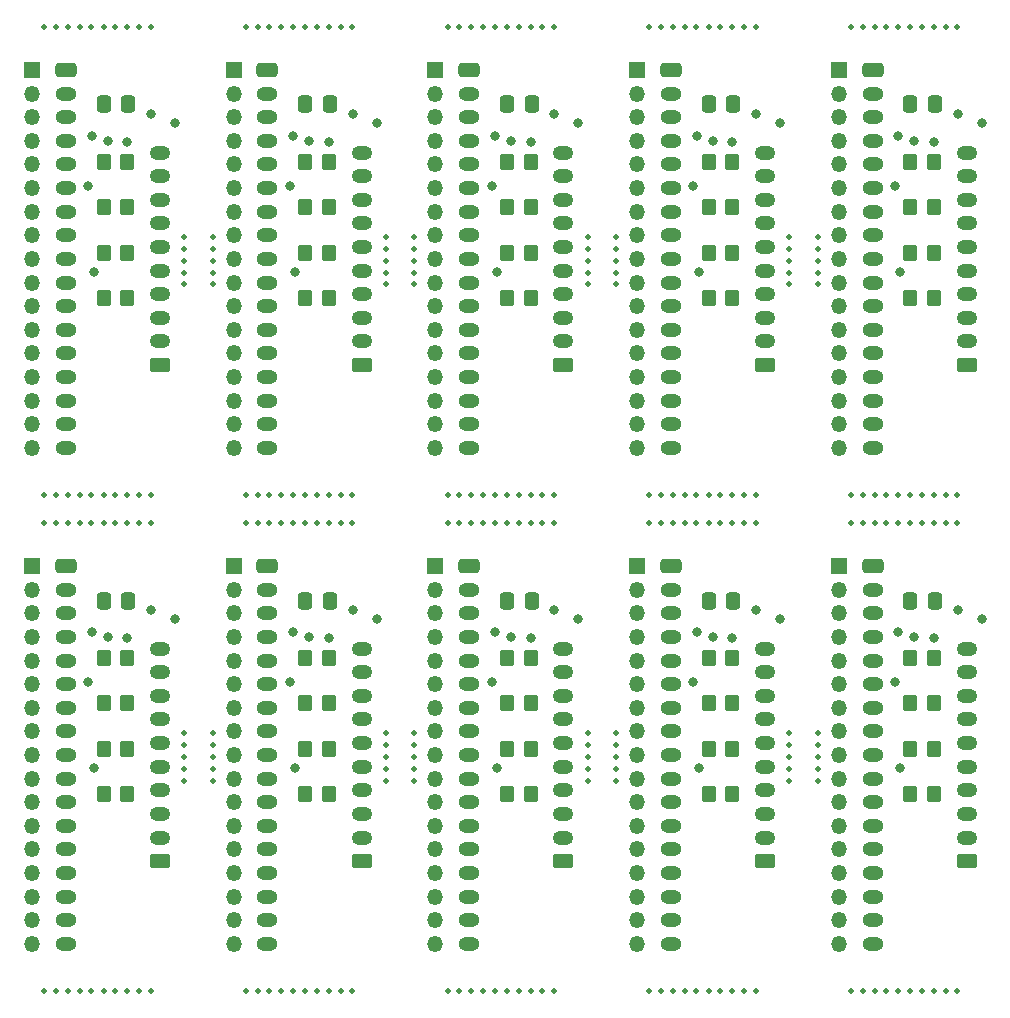
<source format=gbr>
%TF.GenerationSoftware,KiCad,Pcbnew,(6.0.1)*%
%TF.CreationDate,2022-07-05T17:23:16-07:00*%
%TF.ProjectId,mu100-dit-connector-board-panelized,6d753130-302d-4646-9974-2d636f6e6e65,rev?*%
%TF.SameCoordinates,Original*%
%TF.FileFunction,Soldermask,Top*%
%TF.FilePolarity,Negative*%
%FSLAX46Y46*%
G04 Gerber Fmt 4.6, Leading zero omitted, Abs format (unit mm)*
G04 Created by KiCad (PCBNEW (6.0.1)) date 2022-07-05 17:23:16*
%MOMM*%
%LPD*%
G01*
G04 APERTURE LIST*
G04 Aperture macros list*
%AMRoundRect*
0 Rectangle with rounded corners*
0 $1 Rounding radius*
0 $2 $3 $4 $5 $6 $7 $8 $9 X,Y pos of 4 corners*
0 Add a 4 corners polygon primitive as box body*
4,1,4,$2,$3,$4,$5,$6,$7,$8,$9,$2,$3,0*
0 Add four circle primitives for the rounded corners*
1,1,$1+$1,$2,$3*
1,1,$1+$1,$4,$5*
1,1,$1+$1,$6,$7*
1,1,$1+$1,$8,$9*
0 Add four rect primitives between the rounded corners*
20,1,$1+$1,$2,$3,$4,$5,0*
20,1,$1+$1,$4,$5,$6,$7,0*
20,1,$1+$1,$6,$7,$8,$9,0*
20,1,$1+$1,$8,$9,$2,$3,0*%
G04 Aperture macros list end*
%ADD10C,0.500000*%
%ADD11RoundRect,0.250000X-0.350000X-0.450000X0.350000X-0.450000X0.350000X0.450000X-0.350000X0.450000X0*%
%ADD12R,1.350000X1.350000*%
%ADD13O,1.350000X1.350000*%
%ADD14RoundRect,0.250000X-0.337500X-0.475000X0.337500X-0.475000X0.337500X0.475000X-0.337500X0.475000X0*%
%ADD15RoundRect,0.250000X-0.650000X0.350000X-0.650000X-0.350000X0.650000X-0.350000X0.650000X0.350000X0*%
%ADD16O,1.800000X1.200000*%
%ADD17RoundRect,0.250000X0.625000X-0.350000X0.625000X0.350000X-0.625000X0.350000X-0.625000X-0.350000X0*%
%ADD18O,1.750000X1.200000*%
%ADD19C,0.800000*%
G04 APERTURE END LIST*
D10*
%TO.C,REF\u002A\u002A*%
X29875000Y-42000000D03*
%TD*%
%TO.C,REF\u002A\u002A*%
X46950000Y-41000000D03*
%TD*%
%TO.C,REF\u002A\u002A*%
X91350000Y-104800000D03*
%TD*%
%TO.C,REF\u002A\u002A*%
X54175000Y-65200000D03*
%TD*%
%TO.C,REF\u002A\u002A*%
X41125000Y-62800000D03*
%TD*%
%TO.C,REF\u002A\u002A*%
X73250000Y-23200000D03*
%TD*%
%TO.C,REF\u002A\u002A*%
X37100000Y-62800000D03*
%TD*%
%TO.C,REF\u002A\u002A*%
X41125000Y-104800000D03*
%TD*%
D11*
%TO.C,R11*%
X57199000Y-42318332D03*
X59199000Y-42318332D03*
%TD*%
D10*
%TO.C,REF\u002A\u002A*%
X53175000Y-23200000D03*
%TD*%
%TO.C,REF\u002A\u002A*%
X29875000Y-44000000D03*
%TD*%
%TO.C,REF\u002A\u002A*%
X56175000Y-62800000D03*
%TD*%
%TO.C,REF\u002A\u002A*%
X64025000Y-41000000D03*
%TD*%
D11*
%TO.C,R2*%
X23049000Y-38471666D03*
X25049000Y-38471666D03*
%TD*%
D12*
%TO.C,J1*%
X16995000Y-68835000D03*
D13*
X16995000Y-70835000D03*
X16995000Y-72835000D03*
X16995000Y-74835000D03*
X16995000Y-76835000D03*
X16995000Y-78835000D03*
X16995000Y-80835000D03*
X16995000Y-82835000D03*
X16995000Y-84835000D03*
X16995000Y-86835000D03*
X16995000Y-88835000D03*
X16995000Y-90835000D03*
X16995000Y-92835000D03*
X16995000Y-94835000D03*
X16995000Y-96835000D03*
X16995000Y-98835000D03*
X16995000Y-100835000D03*
%TD*%
D11*
%TO.C,R18*%
X91349000Y-34625000D03*
X93349000Y-34625000D03*
%TD*%
D10*
%TO.C,REF\u002A\u002A*%
X36100000Y-62800000D03*
%TD*%
%TO.C,REF\u002A\u002A*%
X57200000Y-104800000D03*
%TD*%
D14*
%TO.C,C9*%
X74286500Y-71755800D03*
X76361500Y-71755800D03*
%TD*%
D10*
%TO.C,REF\u002A\u002A*%
X37100000Y-23200000D03*
%TD*%
%TO.C,REF\u002A\u002A*%
X78275000Y-23200000D03*
%TD*%
%TO.C,REF\u002A\u002A*%
X52175000Y-104800000D03*
%TD*%
%TO.C,REF\u002A\u002A*%
X35100000Y-104800000D03*
%TD*%
%TO.C,REF\u002A\u002A*%
X88325000Y-62800000D03*
%TD*%
%TO.C,REF\u002A\u002A*%
X83500000Y-85000000D03*
%TD*%
D11*
%TO.C,R34*%
X74274000Y-76625000D03*
X76274000Y-76625000D03*
%TD*%
D14*
%TO.C,C6*%
X23061500Y-71755800D03*
X25136500Y-71755800D03*
%TD*%
D10*
%TO.C,REF\u002A\u002A*%
X57200000Y-23200000D03*
%TD*%
%TO.C,REF\u002A\u002A*%
X87325000Y-104800000D03*
%TD*%
%TO.C,REF\u002A\u002A*%
X64025000Y-86000000D03*
%TD*%
%TO.C,REF\u002A\u002A*%
X94350000Y-62800000D03*
%TD*%
%TO.C,REF\u002A\u002A*%
X95350000Y-65200000D03*
%TD*%
%TO.C,REF\u002A\u002A*%
X83500000Y-86000000D03*
%TD*%
%TO.C,REF\u002A\u002A*%
X32275000Y-86000000D03*
%TD*%
%TO.C,REF\u002A\u002A*%
X32275000Y-41000000D03*
%TD*%
%TO.C,REF\u002A\u002A*%
X38100000Y-23200000D03*
%TD*%
%TO.C,REF\u002A\u002A*%
X19025000Y-23200000D03*
%TD*%
D14*
%TO.C,C5*%
X91361500Y-29755800D03*
X93436500Y-29755800D03*
%TD*%
D10*
%TO.C,REF\u002A\u002A*%
X26050000Y-104800000D03*
%TD*%
%TO.C,REF\u002A\u002A*%
X32275000Y-45000000D03*
%TD*%
%TO.C,REF\u002A\u002A*%
X56175000Y-65200000D03*
%TD*%
D14*
%TO.C,C8*%
X57211500Y-71755800D03*
X59286500Y-71755800D03*
%TD*%
D10*
%TO.C,REF\u002A\u002A*%
X39100000Y-23200000D03*
%TD*%
%TO.C,REF\u002A\u002A*%
X52175000Y-65200000D03*
%TD*%
%TO.C,REF\u002A\u002A*%
X56175000Y-23200000D03*
%TD*%
%TO.C,REF\u002A\u002A*%
X81100000Y-83000000D03*
%TD*%
%TO.C,REF\u002A\u002A*%
X44125000Y-65200000D03*
%TD*%
%TO.C,REF\u002A\u002A*%
X55175000Y-62800000D03*
%TD*%
%TO.C,REF\u002A\u002A*%
X83500000Y-83000000D03*
%TD*%
%TO.C,REF\u002A\u002A*%
X81100000Y-86000000D03*
%TD*%
%TO.C,REF\u002A\u002A*%
X24050000Y-23200000D03*
%TD*%
%TO.C,REF\u002A\u002A*%
X36100000Y-23200000D03*
%TD*%
%TO.C,REF\u002A\u002A*%
X66425000Y-43000000D03*
%TD*%
%TO.C,REF\u002A\u002A*%
X81100000Y-41000000D03*
%TD*%
%TO.C,REF\u002A\u002A*%
X76275000Y-65200000D03*
%TD*%
%TO.C,REF\u002A\u002A*%
X87325000Y-65200000D03*
%TD*%
%TO.C,REF\u002A\u002A*%
X61200000Y-23200000D03*
%TD*%
%TO.C,REF\u002A\u002A*%
X83500000Y-84000000D03*
%TD*%
%TO.C,REF\u002A\u002A*%
X22025000Y-23200000D03*
%TD*%
%TO.C,REF\u002A\u002A*%
X32275000Y-44000000D03*
%TD*%
%TO.C,REF\u002A\u002A*%
X29875000Y-86000000D03*
%TD*%
%TO.C,REF\u002A\u002A*%
X40125000Y-62800000D03*
%TD*%
D11*
%TO.C,R16*%
X74274000Y-42318332D03*
X76274000Y-42318332D03*
%TD*%
%TO.C,R22*%
X23049000Y-76625000D03*
X25049000Y-76625000D03*
%TD*%
D10*
%TO.C,REF\u002A\u002A*%
X92350000Y-104800000D03*
%TD*%
%TO.C,REF\u002A\u002A*%
X54175000Y-62800000D03*
%TD*%
%TO.C,REF\u002A\u002A*%
X75275000Y-62800000D03*
%TD*%
D12*
%TO.C,J1*%
X16995000Y-26835000D03*
D13*
X16995000Y-28835000D03*
X16995000Y-30835000D03*
X16995000Y-32835000D03*
X16995000Y-34835000D03*
X16995000Y-36835000D03*
X16995000Y-38835000D03*
X16995000Y-40835000D03*
X16995000Y-42835000D03*
X16995000Y-44835000D03*
X16995000Y-46835000D03*
X16995000Y-48835000D03*
X16995000Y-50835000D03*
X16995000Y-52835000D03*
X16995000Y-54835000D03*
X16995000Y-56835000D03*
X16995000Y-58835000D03*
%TD*%
D14*
%TO.C,C1*%
X23061500Y-29755800D03*
X25136500Y-29755800D03*
%TD*%
D10*
%TO.C,REF\u002A\u002A*%
X71250000Y-104800000D03*
%TD*%
D11*
%TO.C,R31*%
X57199000Y-80471666D03*
X59199000Y-80471666D03*
%TD*%
D10*
%TO.C,REF\u002A\u002A*%
X49350000Y-86000000D03*
%TD*%
D11*
%TO.C,R41*%
X91349000Y-88165000D03*
X93349000Y-88165000D03*
%TD*%
D10*
%TO.C,REF\u002A\u002A*%
X35100000Y-65200000D03*
%TD*%
%TO.C,REF\u002A\u002A*%
X39100000Y-62800000D03*
%TD*%
%TO.C,REF\u002A\u002A*%
X35100000Y-23200000D03*
%TD*%
%TO.C,REF\u002A\u002A*%
X95350000Y-104800000D03*
%TD*%
%TO.C,REF\u002A\u002A*%
X64025000Y-43000000D03*
%TD*%
%TO.C,REF\u002A\u002A*%
X24050000Y-104800000D03*
%TD*%
%TO.C,REF\u002A\u002A*%
X29875000Y-83000000D03*
%TD*%
%TO.C,REF\u002A\u002A*%
X19025000Y-65200000D03*
%TD*%
%TO.C,REF\u002A\u002A*%
X27050000Y-62800000D03*
%TD*%
%TO.C,REF\u002A\u002A*%
X83500000Y-41000000D03*
%TD*%
%TO.C,REF\u002A\u002A*%
X27050000Y-23200000D03*
%TD*%
%TO.C,REF\u002A\u002A*%
X29875000Y-45000000D03*
%TD*%
%TO.C,REF\u002A\u002A*%
X24050000Y-62800000D03*
%TD*%
%TO.C,REF\u002A\u002A*%
X90325000Y-62800000D03*
%TD*%
%TO.C,REF\u002A\u002A*%
X92350000Y-65200000D03*
%TD*%
%TO.C,REF\u002A\u002A*%
X88325000Y-23200000D03*
%TD*%
%TO.C,REF\u002A\u002A*%
X78275000Y-104800000D03*
%TD*%
%TO.C,REF\u002A\u002A*%
X73250000Y-62800000D03*
%TD*%
%TO.C,REF\u002A\u002A*%
X90325000Y-104800000D03*
%TD*%
%TO.C,REF\u002A\u002A*%
X60200000Y-62800000D03*
%TD*%
%TO.C,REF\u002A\u002A*%
X49350000Y-45000000D03*
%TD*%
%TO.C,REF\u002A\u002A*%
X78275000Y-65200000D03*
%TD*%
%TO.C,REF\u002A\u002A*%
X21025000Y-62800000D03*
%TD*%
%TO.C,REF\u002A\u002A*%
X36100000Y-65200000D03*
%TD*%
%TO.C,REF\u002A\u002A*%
X46950000Y-83000000D03*
%TD*%
D12*
%TO.C,J1*%
X85295000Y-68835000D03*
D13*
X85295000Y-70835000D03*
X85295000Y-72835000D03*
X85295000Y-74835000D03*
X85295000Y-76835000D03*
X85295000Y-78835000D03*
X85295000Y-80835000D03*
X85295000Y-82835000D03*
X85295000Y-84835000D03*
X85295000Y-86835000D03*
X85295000Y-88835000D03*
X85295000Y-90835000D03*
X85295000Y-92835000D03*
X85295000Y-94835000D03*
X85295000Y-96835000D03*
X85295000Y-98835000D03*
X85295000Y-100835000D03*
%TD*%
D10*
%TO.C,REF\u002A\u002A*%
X61200000Y-65200000D03*
%TD*%
%TO.C,REF\u002A\u002A*%
X29875000Y-87000000D03*
%TD*%
%TO.C,REF\u002A\u002A*%
X64025000Y-45000000D03*
%TD*%
D12*
%TO.C,J1*%
X34070000Y-26835000D03*
D13*
X34070000Y-28835000D03*
X34070000Y-30835000D03*
X34070000Y-32835000D03*
X34070000Y-34835000D03*
X34070000Y-36835000D03*
X34070000Y-38835000D03*
X34070000Y-40835000D03*
X34070000Y-42835000D03*
X34070000Y-44835000D03*
X34070000Y-46835000D03*
X34070000Y-48835000D03*
X34070000Y-50835000D03*
X34070000Y-52835000D03*
X34070000Y-54835000D03*
X34070000Y-56835000D03*
X34070000Y-58835000D03*
%TD*%
D11*
%TO.C,R27*%
X40124000Y-80471666D03*
X42124000Y-80471666D03*
%TD*%
D12*
%TO.C,J1*%
X68220000Y-26835000D03*
D13*
X68220000Y-28835000D03*
X68220000Y-30835000D03*
X68220000Y-32835000D03*
X68220000Y-34835000D03*
X68220000Y-36835000D03*
X68220000Y-38835000D03*
X68220000Y-40835000D03*
X68220000Y-42835000D03*
X68220000Y-44835000D03*
X68220000Y-46835000D03*
X68220000Y-48835000D03*
X68220000Y-50835000D03*
X68220000Y-52835000D03*
X68220000Y-54835000D03*
X68220000Y-56835000D03*
X68220000Y-58835000D03*
%TD*%
D10*
%TO.C,REF\u002A\u002A*%
X32275000Y-84000000D03*
%TD*%
%TO.C,REF\u002A\u002A*%
X74275000Y-62800000D03*
%TD*%
%TO.C,REF\u002A\u002A*%
X20025000Y-104800000D03*
%TD*%
%TO.C,REF\u002A\u002A*%
X49350000Y-41000000D03*
%TD*%
%TO.C,REF\u002A\u002A*%
X42125000Y-62800000D03*
%TD*%
%TO.C,REF\u002A\u002A*%
X60200000Y-23200000D03*
%TD*%
%TO.C,REF\u002A\u002A*%
X29875000Y-41000000D03*
%TD*%
%TO.C,REF\u002A\u002A*%
X21025000Y-104800000D03*
%TD*%
%TO.C,REF\u002A\u002A*%
X18025000Y-65200000D03*
%TD*%
%TO.C,REF\u002A\u002A*%
X18025000Y-104800000D03*
%TD*%
%TO.C,REF\u002A\u002A*%
X58200000Y-62800000D03*
%TD*%
%TO.C,REF\u002A\u002A*%
X19025000Y-104800000D03*
%TD*%
%TO.C,REF\u002A\u002A*%
X23050000Y-23200000D03*
%TD*%
%TO.C,REF\u002A\u002A*%
X69250000Y-62800000D03*
%TD*%
%TO.C,REF\u002A\u002A*%
X59200000Y-104800000D03*
%TD*%
%TO.C,REF\u002A\u002A*%
X60200000Y-104800000D03*
%TD*%
%TO.C,REF\u002A\u002A*%
X52175000Y-62800000D03*
%TD*%
D12*
%TO.C,J1*%
X51145000Y-68835000D03*
D13*
X51145000Y-70835000D03*
X51145000Y-72835000D03*
X51145000Y-74835000D03*
X51145000Y-76835000D03*
X51145000Y-78835000D03*
X51145000Y-80835000D03*
X51145000Y-82835000D03*
X51145000Y-84835000D03*
X51145000Y-86835000D03*
X51145000Y-88835000D03*
X51145000Y-90835000D03*
X51145000Y-92835000D03*
X51145000Y-94835000D03*
X51145000Y-96835000D03*
X51145000Y-98835000D03*
X51145000Y-100835000D03*
%TD*%
D10*
%TO.C,REF\u002A\u002A*%
X76275000Y-62800000D03*
%TD*%
%TO.C,REF\u002A\u002A*%
X81100000Y-87000000D03*
%TD*%
%TO.C,REF\u002A\u002A*%
X23050000Y-62800000D03*
%TD*%
%TO.C,REF\u002A\u002A*%
X93350000Y-104800000D03*
%TD*%
%TO.C,REF\u002A\u002A*%
X86325000Y-104800000D03*
%TD*%
%TO.C,REF\u002A\u002A*%
X25050000Y-62800000D03*
%TD*%
%TO.C,REF\u002A\u002A*%
X66425000Y-83000000D03*
%TD*%
%TO.C,REF\u002A\u002A*%
X55175000Y-104800000D03*
%TD*%
D11*
%TO.C,R39*%
X91349000Y-80471666D03*
X93349000Y-80471666D03*
%TD*%
D10*
%TO.C,REF\u002A\u002A*%
X26050000Y-23200000D03*
%TD*%
%TO.C,REF\u002A\u002A*%
X27050000Y-65200000D03*
%TD*%
%TO.C,REF\u002A\u002A*%
X32275000Y-85000000D03*
%TD*%
%TO.C,REF\u002A\u002A*%
X93350000Y-65200000D03*
%TD*%
%TO.C,REF\u002A\u002A*%
X35100000Y-62800000D03*
%TD*%
%TO.C,REF\u002A\u002A*%
X72250000Y-104800000D03*
%TD*%
%TO.C,REF\u002A\u002A*%
X81100000Y-85000000D03*
%TD*%
D11*
%TO.C,R37*%
X74274000Y-88165000D03*
X76274000Y-88165000D03*
%TD*%
D12*
%TO.C,J1*%
X85295000Y-26835000D03*
D13*
X85295000Y-28835000D03*
X85295000Y-30835000D03*
X85295000Y-32835000D03*
X85295000Y-34835000D03*
X85295000Y-36835000D03*
X85295000Y-38835000D03*
X85295000Y-40835000D03*
X85295000Y-42835000D03*
X85295000Y-44835000D03*
X85295000Y-46835000D03*
X85295000Y-48835000D03*
X85295000Y-50835000D03*
X85295000Y-52835000D03*
X85295000Y-54835000D03*
X85295000Y-56835000D03*
X85295000Y-58835000D03*
%TD*%
D10*
%TO.C,REF\u002A\u002A*%
X91350000Y-23200000D03*
%TD*%
D14*
%TO.C,C7*%
X40136500Y-71755800D03*
X42211500Y-71755800D03*
%TD*%
D10*
%TO.C,REF\u002A\u002A*%
X18025000Y-62800000D03*
%TD*%
D11*
%TO.C,R30*%
X57199000Y-76625000D03*
X59199000Y-76625000D03*
%TD*%
D10*
%TO.C,REF\u002A\u002A*%
X32275000Y-42000000D03*
%TD*%
%TO.C,REF\u002A\u002A*%
X83500000Y-42000000D03*
%TD*%
%TO.C,REF\u002A\u002A*%
X83500000Y-44000000D03*
%TD*%
%TO.C,REF\u002A\u002A*%
X49350000Y-84000000D03*
%TD*%
%TO.C,REF\u002A\u002A*%
X26050000Y-62800000D03*
%TD*%
%TO.C,REF\u002A\u002A*%
X23050000Y-65200000D03*
%TD*%
%TO.C,REF\u002A\u002A*%
X77275000Y-62800000D03*
%TD*%
%TO.C,REF\u002A\u002A*%
X69250000Y-23200000D03*
%TD*%
%TO.C,REF\u002A\u002A*%
X90325000Y-65200000D03*
%TD*%
D11*
%TO.C,R28*%
X40124000Y-84318332D03*
X42124000Y-84318332D03*
%TD*%
D10*
%TO.C,REF\u002A\u002A*%
X46950000Y-44000000D03*
%TD*%
%TO.C,REF\u002A\u002A*%
X57200000Y-62800000D03*
%TD*%
%TO.C,REF\u002A\u002A*%
X44125000Y-62800000D03*
%TD*%
%TO.C,REF\u002A\u002A*%
X72250000Y-23200000D03*
%TD*%
D11*
%TO.C,R14*%
X74274000Y-38471666D03*
X76274000Y-38471666D03*
%TD*%
D10*
%TO.C,REF\u002A\u002A*%
X49350000Y-43000000D03*
%TD*%
%TO.C,REF\u002A\u002A*%
X42125000Y-23200000D03*
%TD*%
%TO.C,REF\u002A\u002A*%
X64025000Y-87000000D03*
%TD*%
%TO.C,REF\u002A\u002A*%
X86325000Y-23200000D03*
%TD*%
D11*
%TO.C,R24*%
X23049000Y-84318332D03*
X25049000Y-84318332D03*
%TD*%
D12*
%TO.C,J1*%
X51145000Y-26835000D03*
D13*
X51145000Y-28835000D03*
X51145000Y-30835000D03*
X51145000Y-32835000D03*
X51145000Y-34835000D03*
X51145000Y-36835000D03*
X51145000Y-38835000D03*
X51145000Y-40835000D03*
X51145000Y-42835000D03*
X51145000Y-44835000D03*
X51145000Y-46835000D03*
X51145000Y-48835000D03*
X51145000Y-50835000D03*
X51145000Y-52835000D03*
X51145000Y-54835000D03*
X51145000Y-56835000D03*
X51145000Y-58835000D03*
%TD*%
D10*
%TO.C,REF\u002A\u002A*%
X77275000Y-65200000D03*
%TD*%
%TO.C,REF\u002A\u002A*%
X32275000Y-83000000D03*
%TD*%
D11*
%TO.C,R36*%
X74274000Y-84318332D03*
X76274000Y-84318332D03*
%TD*%
D10*
%TO.C,REF\u002A\u002A*%
X39100000Y-104800000D03*
%TD*%
%TO.C,REF\u002A\u002A*%
X93350000Y-23200000D03*
%TD*%
%TO.C,REF\u002A\u002A*%
X70250000Y-65200000D03*
%TD*%
%TO.C,REF\u002A\u002A*%
X38100000Y-104800000D03*
%TD*%
%TO.C,REF\u002A\u002A*%
X83500000Y-43000000D03*
%TD*%
%TO.C,REF\u002A\u002A*%
X61200000Y-104800000D03*
%TD*%
%TO.C,REF\u002A\u002A*%
X60200000Y-65200000D03*
%TD*%
D11*
%TO.C,R35*%
X74274000Y-80471666D03*
X76274000Y-80471666D03*
%TD*%
%TO.C,R20*%
X91349000Y-42318332D03*
X93349000Y-42318332D03*
%TD*%
%TO.C,R10*%
X57199000Y-38471666D03*
X59199000Y-38471666D03*
%TD*%
%TO.C,R7*%
X40124000Y-42318332D03*
X42124000Y-42318332D03*
%TD*%
%TO.C,R9*%
X57199000Y-34625000D03*
X59199000Y-34625000D03*
%TD*%
%TO.C,R5*%
X40124000Y-34625000D03*
X42124000Y-34625000D03*
%TD*%
D10*
%TO.C,REF\u002A\u002A*%
X52175000Y-23200000D03*
%TD*%
%TO.C,REF\u002A\u002A*%
X88325000Y-104800000D03*
%TD*%
D11*
%TO.C,R12*%
X57199000Y-46165000D03*
X59199000Y-46165000D03*
%TD*%
D10*
%TO.C,REF\u002A\u002A*%
X41125000Y-65200000D03*
%TD*%
%TO.C,REF\u002A\u002A*%
X46950000Y-86000000D03*
%TD*%
D12*
%TO.C,J1*%
X68220000Y-68835000D03*
D13*
X68220000Y-70835000D03*
X68220000Y-72835000D03*
X68220000Y-74835000D03*
X68220000Y-76835000D03*
X68220000Y-78835000D03*
X68220000Y-80835000D03*
X68220000Y-82835000D03*
X68220000Y-84835000D03*
X68220000Y-86835000D03*
X68220000Y-88835000D03*
X68220000Y-90835000D03*
X68220000Y-92835000D03*
X68220000Y-94835000D03*
X68220000Y-96835000D03*
X68220000Y-98835000D03*
X68220000Y-100835000D03*
%TD*%
D10*
%TO.C,REF\u002A\u002A*%
X49350000Y-87000000D03*
%TD*%
%TO.C,REF\u002A\u002A*%
X81100000Y-43000000D03*
%TD*%
%TO.C,REF\u002A\u002A*%
X42125000Y-65200000D03*
%TD*%
%TO.C,REF\u002A\u002A*%
X46950000Y-84000000D03*
%TD*%
%TO.C,REF\u002A\u002A*%
X40125000Y-65200000D03*
%TD*%
D11*
%TO.C,R38*%
X91349000Y-76625000D03*
X93349000Y-76625000D03*
%TD*%
D10*
%TO.C,REF\u002A\u002A*%
X73250000Y-65200000D03*
%TD*%
%TO.C,REF\u002A\u002A*%
X89325000Y-62800000D03*
%TD*%
%TO.C,REF\u002A\u002A*%
X95350000Y-62800000D03*
%TD*%
%TO.C,REF\u002A\u002A*%
X39100000Y-65200000D03*
%TD*%
%TO.C,REF\u002A\u002A*%
X42125000Y-104800000D03*
%TD*%
%TO.C,REF\u002A\u002A*%
X49350000Y-83000000D03*
%TD*%
%TO.C,REF\u002A\u002A*%
X43125000Y-104800000D03*
%TD*%
%TO.C,REF\u002A\u002A*%
X66425000Y-87000000D03*
%TD*%
%TO.C,REF\u002A\u002A*%
X77275000Y-23200000D03*
%TD*%
%TO.C,REF\u002A\u002A*%
X64025000Y-84000000D03*
%TD*%
%TO.C,REF\u002A\u002A*%
X70250000Y-104800000D03*
%TD*%
%TO.C,REF\u002A\u002A*%
X29875000Y-85000000D03*
%TD*%
%TO.C,REF\u002A\u002A*%
X81100000Y-42000000D03*
%TD*%
%TO.C,REF\u002A\u002A*%
X74275000Y-104800000D03*
%TD*%
%TO.C,REF\u002A\u002A*%
X66425000Y-85000000D03*
%TD*%
D11*
%TO.C,R26*%
X40124000Y-76625000D03*
X42124000Y-76625000D03*
%TD*%
D10*
%TO.C,REF\u002A\u002A*%
X49350000Y-85000000D03*
%TD*%
D11*
%TO.C,R21*%
X91349000Y-46165000D03*
X93349000Y-46165000D03*
%TD*%
D14*
%TO.C,C10*%
X91361500Y-71755800D03*
X93436500Y-71755800D03*
%TD*%
%TO.C,C4*%
X74286500Y-29755800D03*
X76361500Y-29755800D03*
%TD*%
D10*
%TO.C,REF\u002A\u002A*%
X44125000Y-23200000D03*
%TD*%
%TO.C,REF\u002A\u002A*%
X77275000Y-104800000D03*
%TD*%
%TO.C,REF\u002A\u002A*%
X64025000Y-85000000D03*
%TD*%
%TO.C,REF\u002A\u002A*%
X27050000Y-104800000D03*
%TD*%
D14*
%TO.C,C2*%
X40136500Y-29755800D03*
X42211500Y-29755800D03*
%TD*%
D10*
%TO.C,REF\u002A\u002A*%
X75275000Y-23200000D03*
%TD*%
%TO.C,REF\u002A\u002A*%
X91350000Y-65200000D03*
%TD*%
%TO.C,REF\u002A\u002A*%
X53175000Y-62800000D03*
%TD*%
%TO.C,REF\u002A\u002A*%
X64025000Y-83000000D03*
%TD*%
%TO.C,REF\u002A\u002A*%
X89325000Y-23200000D03*
%TD*%
%TO.C,REF\u002A\u002A*%
X83500000Y-45000000D03*
%TD*%
%TO.C,REF\u002A\u002A*%
X59200000Y-23200000D03*
%TD*%
D11*
%TO.C,R6*%
X40124000Y-38471666D03*
X42124000Y-38471666D03*
%TD*%
D10*
%TO.C,REF\u002A\u002A*%
X23050000Y-104800000D03*
%TD*%
%TO.C,REF\u002A\u002A*%
X53175000Y-65200000D03*
%TD*%
%TO.C,REF\u002A\u002A*%
X66425000Y-42000000D03*
%TD*%
%TO.C,REF\u002A\u002A*%
X25050000Y-104800000D03*
%TD*%
%TO.C,REF\u002A\u002A*%
X69250000Y-104800000D03*
%TD*%
%TO.C,REF\u002A\u002A*%
X20025000Y-65200000D03*
%TD*%
%TO.C,REF\u002A\u002A*%
X81100000Y-45000000D03*
%TD*%
%TO.C,REF\u002A\u002A*%
X86325000Y-62800000D03*
%TD*%
D11*
%TO.C,R29*%
X40124000Y-88165000D03*
X42124000Y-88165000D03*
%TD*%
D10*
%TO.C,REF\u002A\u002A*%
X43125000Y-23200000D03*
%TD*%
%TO.C,REF\u002A\u002A*%
X64025000Y-42000000D03*
%TD*%
%TO.C,REF\u002A\u002A*%
X59200000Y-62800000D03*
%TD*%
%TO.C,REF\u002A\u002A*%
X75275000Y-104800000D03*
%TD*%
%TO.C,REF\u002A\u002A*%
X58200000Y-104800000D03*
%TD*%
D11*
%TO.C,R33*%
X57199000Y-88165000D03*
X59199000Y-88165000D03*
%TD*%
D10*
%TO.C,REF\u002A\u002A*%
X40125000Y-23200000D03*
%TD*%
%TO.C,REF\u002A\u002A*%
X61200000Y-62800000D03*
%TD*%
D11*
%TO.C,R1*%
X23049000Y-46165000D03*
X25049000Y-46165000D03*
%TD*%
D10*
%TO.C,REF\u002A\u002A*%
X89325000Y-65200000D03*
%TD*%
%TO.C,REF\u002A\u002A*%
X58200000Y-23200000D03*
%TD*%
%TO.C,REF\u002A\u002A*%
X93350000Y-62800000D03*
%TD*%
%TO.C,REF\u002A\u002A*%
X36100000Y-104800000D03*
%TD*%
D11*
%TO.C,R23*%
X23049000Y-80471666D03*
X25049000Y-80471666D03*
%TD*%
D10*
%TO.C,REF\u002A\u002A*%
X66425000Y-44000000D03*
%TD*%
%TO.C,REF\u002A\u002A*%
X43125000Y-62800000D03*
%TD*%
%TO.C,REF\u002A\u002A*%
X32275000Y-43000000D03*
%TD*%
%TO.C,REF\u002A\u002A*%
X25050000Y-65200000D03*
%TD*%
%TO.C,REF\u002A\u002A*%
X71250000Y-65200000D03*
%TD*%
%TO.C,REF\u002A\u002A*%
X72250000Y-65200000D03*
%TD*%
%TO.C,REF\u002A\u002A*%
X55175000Y-65200000D03*
%TD*%
%TO.C,REF\u002A\u002A*%
X91350000Y-62800000D03*
%TD*%
%TO.C,REF\u002A\u002A*%
X70250000Y-62800000D03*
%TD*%
%TO.C,REF\u002A\u002A*%
X37100000Y-65200000D03*
%TD*%
%TO.C,REF\u002A\u002A*%
X78275000Y-62800000D03*
%TD*%
%TO.C,REF\u002A\u002A*%
X73250000Y-104800000D03*
%TD*%
%TO.C,REF\u002A\u002A*%
X41125000Y-23200000D03*
%TD*%
%TO.C,REF\u002A\u002A*%
X94350000Y-65200000D03*
%TD*%
%TO.C,REF\u002A\u002A*%
X75275000Y-65200000D03*
%TD*%
D11*
%TO.C,R17*%
X74274000Y-46165000D03*
X76274000Y-46165000D03*
%TD*%
D10*
%TO.C,REF\u002A\u002A*%
X55175000Y-23200000D03*
%TD*%
%TO.C,REF\u002A\u002A*%
X92350000Y-23200000D03*
%TD*%
%TO.C,REF\u002A\u002A*%
X69250000Y-65200000D03*
%TD*%
%TO.C,REF\u002A\u002A*%
X40125000Y-104800000D03*
%TD*%
%TO.C,REF\u002A\u002A*%
X32275000Y-87000000D03*
%TD*%
%TO.C,REF\u002A\u002A*%
X86325000Y-65200000D03*
%TD*%
%TO.C,REF\u002A\u002A*%
X46950000Y-87000000D03*
%TD*%
%TO.C,REF\u002A\u002A*%
X49350000Y-44000000D03*
%TD*%
%TO.C,REF\u002A\u002A*%
X56175000Y-104800000D03*
%TD*%
D11*
%TO.C,R32*%
X57199000Y-84318332D03*
X59199000Y-84318332D03*
%TD*%
D10*
%TO.C,REF\u002A\u002A*%
X95350000Y-23200000D03*
%TD*%
%TO.C,REF\u002A\u002A*%
X38100000Y-62800000D03*
%TD*%
%TO.C,REF\u002A\u002A*%
X74275000Y-65200000D03*
%TD*%
%TO.C,REF\u002A\u002A*%
X70250000Y-23200000D03*
%TD*%
%TO.C,REF\u002A\u002A*%
X87325000Y-23200000D03*
%TD*%
%TO.C,REF\u002A\u002A*%
X44125000Y-104800000D03*
%TD*%
%TO.C,REF\u002A\u002A*%
X46950000Y-85000000D03*
%TD*%
%TO.C,REF\u002A\u002A*%
X66425000Y-41000000D03*
%TD*%
%TO.C,REF\u002A\u002A*%
X46950000Y-43000000D03*
%TD*%
%TO.C,REF\u002A\u002A*%
X71250000Y-23200000D03*
%TD*%
%TO.C,REF\u002A\u002A*%
X19025000Y-62800000D03*
%TD*%
%TO.C,REF\u002A\u002A*%
X71250000Y-62800000D03*
%TD*%
%TO.C,REF\u002A\u002A*%
X18025000Y-23200000D03*
%TD*%
%TO.C,REF\u002A\u002A*%
X22025000Y-62800000D03*
%TD*%
%TO.C,REF\u002A\u002A*%
X37100000Y-104800000D03*
%TD*%
D11*
%TO.C,R25*%
X23049000Y-88165000D03*
X25049000Y-88165000D03*
%TD*%
%TO.C,R8*%
X40124000Y-46165000D03*
X42124000Y-46165000D03*
%TD*%
D10*
%TO.C,REF\u002A\u002A*%
X20025000Y-23200000D03*
%TD*%
%TO.C,REF\u002A\u002A*%
X83500000Y-87000000D03*
%TD*%
%TO.C,REF\u002A\u002A*%
X94350000Y-23200000D03*
%TD*%
D11*
%TO.C,R13*%
X74274000Y-34625000D03*
X76274000Y-34625000D03*
%TD*%
D10*
%TO.C,REF\u002A\u002A*%
X58200000Y-65200000D03*
%TD*%
%TO.C,REF\u002A\u002A*%
X21025000Y-65200000D03*
%TD*%
%TO.C,REF\u002A\u002A*%
X53175000Y-104800000D03*
%TD*%
%TO.C,REF\u002A\u002A*%
X38100000Y-65200000D03*
%TD*%
%TO.C,REF\u002A\u002A*%
X22025000Y-104800000D03*
%TD*%
%TO.C,REF\u002A\u002A*%
X90325000Y-23200000D03*
%TD*%
%TO.C,REF\u002A\u002A*%
X74275000Y-23200000D03*
%TD*%
%TO.C,REF\u002A\u002A*%
X94350000Y-104800000D03*
%TD*%
%TO.C,REF\u002A\u002A*%
X46950000Y-42000000D03*
%TD*%
%TO.C,REF\u002A\u002A*%
X21025000Y-23200000D03*
%TD*%
%TO.C,REF\u002A\u002A*%
X46950000Y-45000000D03*
%TD*%
%TO.C,REF\u002A\u002A*%
X43125000Y-65200000D03*
%TD*%
D11*
%TO.C,R3*%
X23049000Y-42318332D03*
X25049000Y-42318332D03*
%TD*%
D10*
%TO.C,REF\u002A\u002A*%
X26050000Y-65200000D03*
%TD*%
%TO.C,REF\u002A\u002A*%
X66425000Y-86000000D03*
%TD*%
%TO.C,REF\u002A\u002A*%
X66425000Y-45000000D03*
%TD*%
%TO.C,REF\u002A\u002A*%
X59200000Y-65200000D03*
%TD*%
%TO.C,REF\u002A\u002A*%
X76275000Y-23200000D03*
%TD*%
%TO.C,REF\u002A\u002A*%
X72250000Y-62800000D03*
%TD*%
D11*
%TO.C,R4*%
X23049000Y-34625000D03*
X25049000Y-34625000D03*
%TD*%
D10*
%TO.C,REF\u002A\u002A*%
X20025000Y-62800000D03*
%TD*%
%TO.C,REF\u002A\u002A*%
X87325000Y-62800000D03*
%TD*%
%TO.C,REF\u002A\u002A*%
X54175000Y-104800000D03*
%TD*%
%TO.C,REF\u002A\u002A*%
X76275000Y-104800000D03*
%TD*%
%TO.C,REF\u002A\u002A*%
X81100000Y-44000000D03*
%TD*%
%TO.C,REF\u002A\u002A*%
X25050000Y-23200000D03*
%TD*%
%TO.C,REF\u002A\u002A*%
X54175000Y-23200000D03*
%TD*%
%TO.C,REF\u002A\u002A*%
X92350000Y-62800000D03*
%TD*%
%TO.C,REF\u002A\u002A*%
X22025000Y-65200000D03*
%TD*%
D14*
%TO.C,C3*%
X57211500Y-29755800D03*
X59286500Y-29755800D03*
%TD*%
D10*
%TO.C,REF\u002A\u002A*%
X57200000Y-65200000D03*
%TD*%
D12*
%TO.C,J1*%
X34070000Y-68835000D03*
D13*
X34070000Y-70835000D03*
X34070000Y-72835000D03*
X34070000Y-74835000D03*
X34070000Y-76835000D03*
X34070000Y-78835000D03*
X34070000Y-80835000D03*
X34070000Y-82835000D03*
X34070000Y-84835000D03*
X34070000Y-86835000D03*
X34070000Y-88835000D03*
X34070000Y-90835000D03*
X34070000Y-92835000D03*
X34070000Y-94835000D03*
X34070000Y-96835000D03*
X34070000Y-98835000D03*
X34070000Y-100835000D03*
%TD*%
D10*
%TO.C,REF\u002A\u002A*%
X49350000Y-42000000D03*
%TD*%
%TO.C,REF\u002A\u002A*%
X88325000Y-65200000D03*
%TD*%
%TO.C,REF\u002A\u002A*%
X29875000Y-84000000D03*
%TD*%
%TO.C,REF\u002A\u002A*%
X81100000Y-84000000D03*
%TD*%
%TO.C,REF\u002A\u002A*%
X29875000Y-43000000D03*
%TD*%
D11*
%TO.C,R19*%
X91349000Y-38471666D03*
X93349000Y-38471666D03*
%TD*%
D10*
%TO.C,REF\u002A\u002A*%
X64025000Y-44000000D03*
%TD*%
D11*
%TO.C,R40*%
X91349000Y-84318332D03*
X93349000Y-84318332D03*
%TD*%
D10*
%TO.C,REF\u002A\u002A*%
X89325000Y-104800000D03*
%TD*%
%TO.C,REF\u002A\u002A*%
X24050000Y-65200000D03*
%TD*%
%TO.C,REF\u002A\u002A*%
X66425000Y-84000000D03*
%TD*%
D15*
%TO.C,J2*%
X71080000Y-68835000D03*
D16*
X71080000Y-70835000D03*
X71080000Y-72835000D03*
X71080000Y-74835000D03*
X71080000Y-76835000D03*
X71080000Y-78835000D03*
X71080000Y-80835000D03*
X71080000Y-82835000D03*
X71080000Y-84835000D03*
X71080000Y-86835000D03*
X71080000Y-88835000D03*
X71080000Y-90835000D03*
X71080000Y-92835000D03*
X71080000Y-94835000D03*
X71080000Y-96835000D03*
X71080000Y-98835000D03*
X71080000Y-100835000D03*
%TD*%
D15*
%TO.C,J2*%
X88155000Y-68835000D03*
D16*
X88155000Y-70835000D03*
X88155000Y-72835000D03*
X88155000Y-74835000D03*
X88155000Y-76835000D03*
X88155000Y-78835000D03*
X88155000Y-80835000D03*
X88155000Y-82835000D03*
X88155000Y-84835000D03*
X88155000Y-86835000D03*
X88155000Y-88835000D03*
X88155000Y-90835000D03*
X88155000Y-92835000D03*
X88155000Y-94835000D03*
X88155000Y-96835000D03*
X88155000Y-98835000D03*
X88155000Y-100835000D03*
%TD*%
D15*
%TO.C,J2*%
X36930000Y-26835000D03*
D16*
X36930000Y-28835000D03*
X36930000Y-30835000D03*
X36930000Y-32835000D03*
X36930000Y-34835000D03*
X36930000Y-36835000D03*
X36930000Y-38835000D03*
X36930000Y-40835000D03*
X36930000Y-42835000D03*
X36930000Y-44835000D03*
X36930000Y-46835000D03*
X36930000Y-48835000D03*
X36930000Y-50835000D03*
X36930000Y-52835000D03*
X36930000Y-54835000D03*
X36930000Y-56835000D03*
X36930000Y-58835000D03*
%TD*%
D17*
%TO.C,J3*%
X27815000Y-93825000D03*
D18*
X27815000Y-91825000D03*
X27815000Y-89825000D03*
X27815000Y-87825000D03*
X27815000Y-85825000D03*
X27815000Y-83825000D03*
X27815000Y-81825000D03*
X27815000Y-79825000D03*
X27815000Y-77825000D03*
X27815000Y-75825000D03*
%TD*%
D17*
%TO.C,J3*%
X79040000Y-93825000D03*
D18*
X79040000Y-91825000D03*
X79040000Y-89825000D03*
X79040000Y-87825000D03*
X79040000Y-85825000D03*
X79040000Y-83825000D03*
X79040000Y-81825000D03*
X79040000Y-79825000D03*
X79040000Y-77825000D03*
X79040000Y-75825000D03*
%TD*%
D17*
%TO.C,J3*%
X44890000Y-51825000D03*
D18*
X44890000Y-49825000D03*
X44890000Y-47825000D03*
X44890000Y-45825000D03*
X44890000Y-43825000D03*
X44890000Y-41825000D03*
X44890000Y-39825000D03*
X44890000Y-37825000D03*
X44890000Y-35825000D03*
X44890000Y-33825000D03*
%TD*%
D17*
%TO.C,J3*%
X61965000Y-93825000D03*
D18*
X61965000Y-91825000D03*
X61965000Y-89825000D03*
X61965000Y-87825000D03*
X61965000Y-85825000D03*
X61965000Y-83825000D03*
X61965000Y-81825000D03*
X61965000Y-79825000D03*
X61965000Y-77825000D03*
X61965000Y-75825000D03*
%TD*%
D15*
%TO.C,J2*%
X71080000Y-26835000D03*
D16*
X71080000Y-28835000D03*
X71080000Y-30835000D03*
X71080000Y-32835000D03*
X71080000Y-34835000D03*
X71080000Y-36835000D03*
X71080000Y-38835000D03*
X71080000Y-40835000D03*
X71080000Y-42835000D03*
X71080000Y-44835000D03*
X71080000Y-46835000D03*
X71080000Y-48835000D03*
X71080000Y-50835000D03*
X71080000Y-52835000D03*
X71080000Y-54835000D03*
X71080000Y-56835000D03*
X71080000Y-58835000D03*
%TD*%
D15*
%TO.C,J2*%
X54005000Y-26835000D03*
D16*
X54005000Y-28835000D03*
X54005000Y-30835000D03*
X54005000Y-32835000D03*
X54005000Y-34835000D03*
X54005000Y-36835000D03*
X54005000Y-38835000D03*
X54005000Y-40835000D03*
X54005000Y-42835000D03*
X54005000Y-44835000D03*
X54005000Y-46835000D03*
X54005000Y-48835000D03*
X54005000Y-50835000D03*
X54005000Y-52835000D03*
X54005000Y-54835000D03*
X54005000Y-56835000D03*
X54005000Y-58835000D03*
%TD*%
D17*
%TO.C,J3*%
X61965000Y-51825000D03*
D18*
X61965000Y-49825000D03*
X61965000Y-47825000D03*
X61965000Y-45825000D03*
X61965000Y-43825000D03*
X61965000Y-41825000D03*
X61965000Y-39825000D03*
X61965000Y-37825000D03*
X61965000Y-35825000D03*
X61965000Y-33825000D03*
%TD*%
D17*
%TO.C,J3*%
X44890000Y-93825000D03*
D18*
X44890000Y-91825000D03*
X44890000Y-89825000D03*
X44890000Y-87825000D03*
X44890000Y-85825000D03*
X44890000Y-83825000D03*
X44890000Y-81825000D03*
X44890000Y-79825000D03*
X44890000Y-77825000D03*
X44890000Y-75825000D03*
%TD*%
D17*
%TO.C,J3*%
X27815000Y-51825000D03*
D18*
X27815000Y-49825000D03*
X27815000Y-47825000D03*
X27815000Y-45825000D03*
X27815000Y-43825000D03*
X27815000Y-41825000D03*
X27815000Y-39825000D03*
X27815000Y-37825000D03*
X27815000Y-35825000D03*
X27815000Y-33825000D03*
%TD*%
D17*
%TO.C,J3*%
X96115000Y-93825000D03*
D18*
X96115000Y-91825000D03*
X96115000Y-89825000D03*
X96115000Y-87825000D03*
X96115000Y-85825000D03*
X96115000Y-83825000D03*
X96115000Y-81825000D03*
X96115000Y-79825000D03*
X96115000Y-77825000D03*
X96115000Y-75825000D03*
%TD*%
D17*
%TO.C,J3*%
X96115000Y-51825000D03*
D18*
X96115000Y-49825000D03*
X96115000Y-47825000D03*
X96115000Y-45825000D03*
X96115000Y-43825000D03*
X96115000Y-41825000D03*
X96115000Y-39825000D03*
X96115000Y-37825000D03*
X96115000Y-35825000D03*
X96115000Y-33825000D03*
%TD*%
D15*
%TO.C,J2*%
X19855000Y-68835000D03*
D16*
X19855000Y-70835000D03*
X19855000Y-72835000D03*
X19855000Y-74835000D03*
X19855000Y-76835000D03*
X19855000Y-78835000D03*
X19855000Y-80835000D03*
X19855000Y-82835000D03*
X19855000Y-84835000D03*
X19855000Y-86835000D03*
X19855000Y-88835000D03*
X19855000Y-90835000D03*
X19855000Y-92835000D03*
X19855000Y-94835000D03*
X19855000Y-96835000D03*
X19855000Y-98835000D03*
X19855000Y-100835000D03*
%TD*%
D17*
%TO.C,J3*%
X79040000Y-51825000D03*
D18*
X79040000Y-49825000D03*
X79040000Y-47825000D03*
X79040000Y-45825000D03*
X79040000Y-43825000D03*
X79040000Y-41825000D03*
X79040000Y-39825000D03*
X79040000Y-37825000D03*
X79040000Y-35825000D03*
X79040000Y-33825000D03*
%TD*%
D15*
%TO.C,J2*%
X36930000Y-68835000D03*
D16*
X36930000Y-70835000D03*
X36930000Y-72835000D03*
X36930000Y-74835000D03*
X36930000Y-76835000D03*
X36930000Y-78835000D03*
X36930000Y-80835000D03*
X36930000Y-82835000D03*
X36930000Y-84835000D03*
X36930000Y-86835000D03*
X36930000Y-88835000D03*
X36930000Y-90835000D03*
X36930000Y-92835000D03*
X36930000Y-94835000D03*
X36930000Y-96835000D03*
X36930000Y-98835000D03*
X36930000Y-100835000D03*
%TD*%
D15*
%TO.C,J2*%
X54005000Y-68835000D03*
D16*
X54005000Y-70835000D03*
X54005000Y-72835000D03*
X54005000Y-74835000D03*
X54005000Y-76835000D03*
X54005000Y-78835000D03*
X54005000Y-80835000D03*
X54005000Y-82835000D03*
X54005000Y-84835000D03*
X54005000Y-86835000D03*
X54005000Y-88835000D03*
X54005000Y-90835000D03*
X54005000Y-92835000D03*
X54005000Y-94835000D03*
X54005000Y-96835000D03*
X54005000Y-98835000D03*
X54005000Y-100835000D03*
%TD*%
D15*
%TO.C,J2*%
X19855000Y-26835000D03*
D16*
X19855000Y-28835000D03*
X19855000Y-30835000D03*
X19855000Y-32835000D03*
X19855000Y-34835000D03*
X19855000Y-36835000D03*
X19855000Y-38835000D03*
X19855000Y-40835000D03*
X19855000Y-42835000D03*
X19855000Y-44835000D03*
X19855000Y-46835000D03*
X19855000Y-48835000D03*
X19855000Y-50835000D03*
X19855000Y-52835000D03*
X19855000Y-54835000D03*
X19855000Y-56835000D03*
X19855000Y-58835000D03*
%TD*%
D15*
%TO.C,J2*%
X88155000Y-26835000D03*
D16*
X88155000Y-28835000D03*
X88155000Y-30835000D03*
X88155000Y-32835000D03*
X88155000Y-34835000D03*
X88155000Y-36835000D03*
X88155000Y-38835000D03*
X88155000Y-40835000D03*
X88155000Y-42835000D03*
X88155000Y-44835000D03*
X88155000Y-46835000D03*
X88155000Y-48835000D03*
X88155000Y-50835000D03*
X88155000Y-52835000D03*
X88155000Y-54835000D03*
X88155000Y-56835000D03*
X88155000Y-58835000D03*
%TD*%
D19*
X22220200Y-43903600D03*
X21763000Y-36664600D03*
X29095000Y-31315000D03*
X27065000Y-30525000D03*
X22035000Y-32395000D03*
X23395000Y-32885000D03*
X25075000Y-32945000D03*
X39295200Y-43903600D03*
X38838000Y-36664600D03*
X42150000Y-32945000D03*
X44140000Y-30525000D03*
X39110000Y-32395000D03*
X46170000Y-31315000D03*
X40470000Y-32885000D03*
X56370200Y-43903600D03*
X55913000Y-36664600D03*
X56185000Y-32395000D03*
X61215000Y-30525000D03*
X59225000Y-32945000D03*
X57545000Y-32885000D03*
X63245000Y-31315000D03*
X73445200Y-43903600D03*
X72988000Y-36664600D03*
X80320000Y-31315000D03*
X74620000Y-32885000D03*
X78290000Y-30525000D03*
X76300000Y-32945000D03*
X73260000Y-32395000D03*
X90520200Y-43903600D03*
X90063000Y-36664600D03*
X90335000Y-32395000D03*
X97395000Y-31315000D03*
X95365000Y-30525000D03*
X91695000Y-32885000D03*
X93375000Y-32945000D03*
X22220200Y-85903600D03*
X21763000Y-78664600D03*
X22035000Y-74395000D03*
X29095000Y-73315000D03*
X25075000Y-74945000D03*
X23395000Y-74885000D03*
X27065000Y-72525000D03*
X39295200Y-85903600D03*
X38838000Y-78664600D03*
X42150000Y-74945000D03*
X46170000Y-73315000D03*
X40470000Y-74885000D03*
X39110000Y-74395000D03*
X44140000Y-72525000D03*
X56370200Y-85903600D03*
X55913000Y-78664600D03*
X61215000Y-72525000D03*
X59225000Y-74945000D03*
X57545000Y-74885000D03*
X63245000Y-73315000D03*
X56185000Y-74395000D03*
X73445200Y-85903600D03*
X72988000Y-78664600D03*
X78290000Y-72525000D03*
X80320000Y-73315000D03*
X76300000Y-74945000D03*
X74620000Y-74885000D03*
X73260000Y-74395000D03*
X90520200Y-85903600D03*
X90063000Y-78664600D03*
X90335000Y-74395000D03*
X95365000Y-72525000D03*
X91695000Y-74885000D03*
X93375000Y-74945000D03*
X97395000Y-73315000D03*
M02*

</source>
